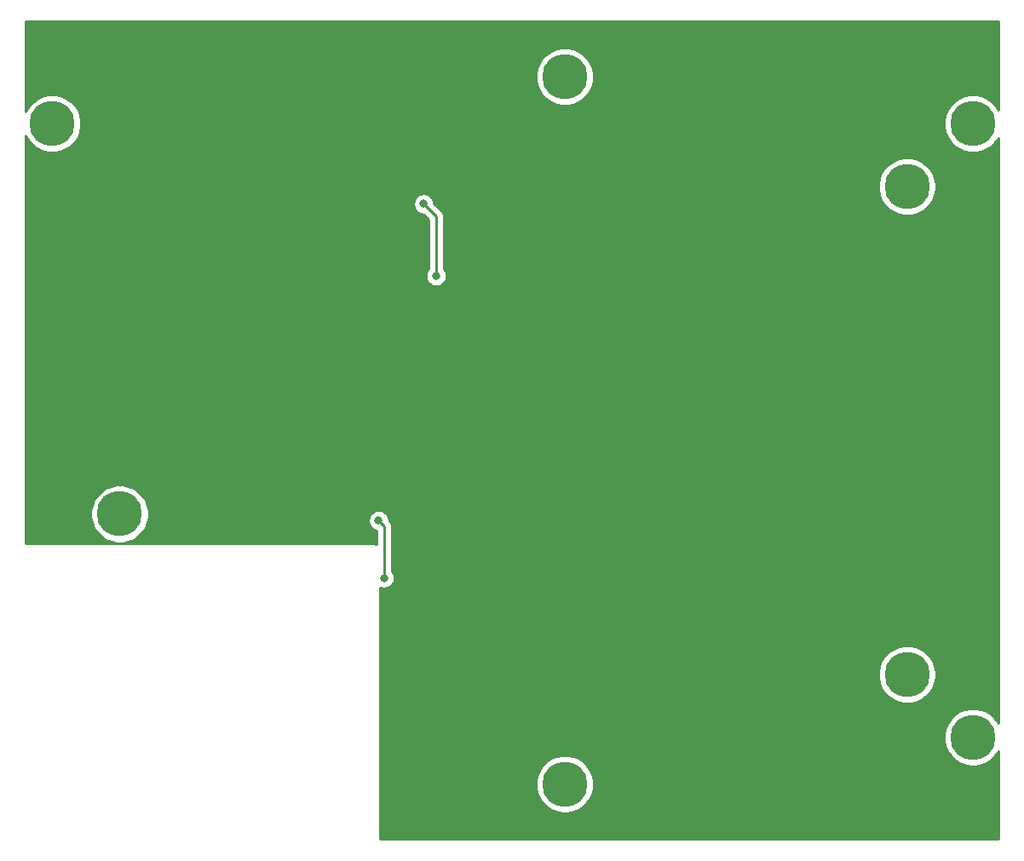
<source format=gbr>
G04 #@! TF.GenerationSoftware,KiCad,Pcbnew,(5.1.2)-2*
G04 #@! TF.CreationDate,2021-09-09T10:29:02-03:00*
G04 #@! TF.ProjectId,MAG_Plus,4d41475f-506c-4757-932e-6b696361645f,rev?*
G04 #@! TF.SameCoordinates,Original*
G04 #@! TF.FileFunction,Copper,L2,Bot*
G04 #@! TF.FilePolarity,Positive*
%FSLAX46Y46*%
G04 Gerber Fmt 4.6, Leading zero omitted, Abs format (unit mm)*
G04 Created by KiCad (PCBNEW (5.1.2)-2) date 2021-09-09 10:29:02*
%MOMM*%
%LPD*%
G04 APERTURE LIST*
%ADD10C,4.500000*%
%ADD11C,0.800000*%
%ADD12C,0.250000*%
%ADD13C,0.254000*%
G04 APERTURE END LIST*
D10*
X468490000Y-86270000D03*
X553290000Y-47470000D03*
X461790000Y-47470000D03*
X553290000Y-108470000D03*
X546740000Y-53730000D03*
X546740000Y-102230000D03*
X512730000Y-42800000D03*
X512730000Y-113130000D03*
D11*
X498700000Y-55440000D03*
X499945000Y-62600000D03*
X507350000Y-92220000D03*
X504740000Y-87450000D03*
X499760000Y-88650000D03*
X501840000Y-97150000D03*
X494220000Y-70260000D03*
X489580000Y-68540000D03*
X494230002Y-86930000D03*
X494770000Y-92630000D03*
D12*
X498700000Y-55440000D02*
X499099999Y-55839999D01*
X499099999Y-55839999D02*
X499945000Y-56685000D01*
X499945000Y-56685000D02*
X499945000Y-62600000D01*
X507350000Y-91654315D02*
X507330000Y-91634315D01*
X507350000Y-92220000D02*
X507350000Y-91654315D01*
X507330000Y-91634315D02*
X507330000Y-89080000D01*
X507330000Y-89080000D02*
X506890000Y-88640000D01*
X506890000Y-88640000D02*
X505930000Y-88640000D01*
X505930000Y-88640000D02*
X504740000Y-87450000D01*
X499760000Y-88650000D02*
X502610000Y-88650000D01*
X502610000Y-88650000D02*
X503450000Y-89490000D01*
X503450000Y-89490000D02*
X503450000Y-96120000D01*
X503450000Y-96120000D02*
X502420000Y-97150000D01*
X502420000Y-97150000D02*
X501840000Y-97150000D01*
X493654315Y-70260000D02*
X493634315Y-70280000D01*
X494220000Y-70260000D02*
X493654315Y-70260000D01*
X493634315Y-70280000D02*
X491320000Y-70280000D01*
X491320000Y-70280000D02*
X489580000Y-68540000D01*
X494770000Y-92064315D02*
X494770000Y-92630000D01*
X494770000Y-87469998D02*
X494770000Y-92064315D01*
X494230002Y-86930000D02*
X494770000Y-87469998D01*
D13*
G36*
X555830000Y-46078516D02*
G01*
X555530926Y-45630920D01*
X555129080Y-45229074D01*
X554656560Y-44913346D01*
X554131523Y-44695869D01*
X553574148Y-44585000D01*
X553005852Y-44585000D01*
X552448477Y-44695869D01*
X551923440Y-44913346D01*
X551450920Y-45229074D01*
X551049074Y-45630920D01*
X550733346Y-46103440D01*
X550515869Y-46628477D01*
X550405000Y-47185852D01*
X550405000Y-47754148D01*
X550515869Y-48311523D01*
X550733346Y-48836560D01*
X551049074Y-49309080D01*
X551450920Y-49710926D01*
X551923440Y-50026654D01*
X552448477Y-50244131D01*
X553005852Y-50355000D01*
X553574148Y-50355000D01*
X554131523Y-50244131D01*
X554656560Y-50026654D01*
X555129080Y-49710926D01*
X555530926Y-49309080D01*
X555830000Y-48861484D01*
X555830001Y-107078517D01*
X555530926Y-106630920D01*
X555129080Y-106229074D01*
X554656560Y-105913346D01*
X554131523Y-105695869D01*
X553574148Y-105585000D01*
X553005852Y-105585000D01*
X552448477Y-105695869D01*
X551923440Y-105913346D01*
X551450920Y-106229074D01*
X551049074Y-106630920D01*
X550733346Y-107103440D01*
X550515869Y-107628477D01*
X550405000Y-108185852D01*
X550405000Y-108754148D01*
X550515869Y-109311523D01*
X550733346Y-109836560D01*
X551049074Y-110309080D01*
X551450920Y-110710926D01*
X551923440Y-111026654D01*
X552448477Y-111244131D01*
X553005852Y-111355000D01*
X553574148Y-111355000D01*
X554131523Y-111244131D01*
X554656560Y-111026654D01*
X555129080Y-110710926D01*
X555530926Y-110309080D01*
X555830001Y-109861483D01*
X555830001Y-118610000D01*
X494330448Y-118610000D01*
X494334369Y-112845852D01*
X509845000Y-112845852D01*
X509845000Y-113414148D01*
X509955869Y-113971523D01*
X510173346Y-114496560D01*
X510489074Y-114969080D01*
X510890920Y-115370926D01*
X511363440Y-115686654D01*
X511888477Y-115904131D01*
X512445852Y-116015000D01*
X513014148Y-116015000D01*
X513571523Y-115904131D01*
X514096560Y-115686654D01*
X514569080Y-115370926D01*
X514970926Y-114969080D01*
X515286654Y-114496560D01*
X515504131Y-113971523D01*
X515615000Y-113414148D01*
X515615000Y-112845852D01*
X515504131Y-112288477D01*
X515286654Y-111763440D01*
X514970926Y-111290920D01*
X514569080Y-110889074D01*
X514096560Y-110573346D01*
X513571523Y-110355869D01*
X513014148Y-110245000D01*
X512445852Y-110245000D01*
X511888477Y-110355869D01*
X511363440Y-110573346D01*
X510890920Y-110889074D01*
X510489074Y-111290920D01*
X510173346Y-111763440D01*
X509955869Y-112288477D01*
X509845000Y-112845852D01*
X494334369Y-112845852D01*
X494341784Y-101945852D01*
X543855000Y-101945852D01*
X543855000Y-102514148D01*
X543965869Y-103071523D01*
X544183346Y-103596560D01*
X544499074Y-104069080D01*
X544900920Y-104470926D01*
X545373440Y-104786654D01*
X545898477Y-105004131D01*
X546455852Y-105115000D01*
X547024148Y-105115000D01*
X547581523Y-105004131D01*
X548106560Y-104786654D01*
X548579080Y-104470926D01*
X548980926Y-104069080D01*
X549296654Y-103596560D01*
X549514131Y-103071523D01*
X549625000Y-102514148D01*
X549625000Y-101945852D01*
X549514131Y-101388477D01*
X549296654Y-100863440D01*
X548980926Y-100390920D01*
X548579080Y-99989074D01*
X548106560Y-99673346D01*
X547581523Y-99455869D01*
X547024148Y-99345000D01*
X546455852Y-99345000D01*
X545898477Y-99455869D01*
X545373440Y-99673346D01*
X544900920Y-99989074D01*
X544499074Y-100390920D01*
X544183346Y-100863440D01*
X543965869Y-101388477D01*
X543855000Y-101945852D01*
X494341784Y-101945852D01*
X494347479Y-93575262D01*
X494468102Y-93625226D01*
X494668061Y-93665000D01*
X494871939Y-93665000D01*
X495071898Y-93625226D01*
X495260256Y-93547205D01*
X495429774Y-93433937D01*
X495573937Y-93289774D01*
X495687205Y-93120256D01*
X495765226Y-92931898D01*
X495805000Y-92731939D01*
X495805000Y-92528061D01*
X495765226Y-92328102D01*
X495687205Y-92139744D01*
X495573937Y-91970226D01*
X495530000Y-91926289D01*
X495530000Y-87507320D01*
X495533676Y-87469997D01*
X495530000Y-87432674D01*
X495530000Y-87432665D01*
X495519003Y-87321012D01*
X495475546Y-87177751D01*
X495404974Y-87045722D01*
X495391811Y-87029683D01*
X495333799Y-86958994D01*
X495333795Y-86958990D01*
X495310001Y-86929997D01*
X495281009Y-86906204D01*
X495265002Y-86890197D01*
X495265002Y-86828061D01*
X495225228Y-86628102D01*
X495147207Y-86439744D01*
X495033939Y-86270226D01*
X494889776Y-86126063D01*
X494720258Y-86012795D01*
X494531900Y-85934774D01*
X494331941Y-85895000D01*
X494128063Y-85895000D01*
X493928104Y-85934774D01*
X493739746Y-86012795D01*
X493570228Y-86126063D01*
X493426065Y-86270226D01*
X493312797Y-86439744D01*
X493234776Y-86628102D01*
X493195002Y-86828061D01*
X493195002Y-87031939D01*
X493234776Y-87231898D01*
X493312797Y-87420256D01*
X493426065Y-87589774D01*
X493570228Y-87733937D01*
X493739746Y-87847205D01*
X493928104Y-87925226D01*
X494010000Y-87941516D01*
X494010000Y-89292678D01*
X494000826Y-89287775D01*
X493944209Y-89257463D01*
X493943995Y-89257398D01*
X493943793Y-89257290D01*
X493881532Y-89238403D01*
X493819825Y-89219638D01*
X493819599Y-89219616D01*
X493819383Y-89219550D01*
X493755137Y-89213222D01*
X493690451Y-89206807D01*
X493657804Y-89210000D01*
X459150000Y-89210000D01*
X459150000Y-85985852D01*
X465605000Y-85985852D01*
X465605000Y-86554148D01*
X465715869Y-87111523D01*
X465933346Y-87636560D01*
X466249074Y-88109080D01*
X466650920Y-88510926D01*
X467123440Y-88826654D01*
X467648477Y-89044131D01*
X468205852Y-89155000D01*
X468774148Y-89155000D01*
X469331523Y-89044131D01*
X469856560Y-88826654D01*
X470329080Y-88510926D01*
X470730926Y-88109080D01*
X471046654Y-87636560D01*
X471264131Y-87111523D01*
X471375000Y-86554148D01*
X471375000Y-85985852D01*
X471264131Y-85428477D01*
X471046654Y-84903440D01*
X470730926Y-84430920D01*
X470329080Y-84029074D01*
X469856560Y-83713346D01*
X469331523Y-83495869D01*
X468774148Y-83385000D01*
X468205852Y-83385000D01*
X467648477Y-83495869D01*
X467123440Y-83713346D01*
X466650920Y-84029074D01*
X466249074Y-84430920D01*
X465933346Y-84903440D01*
X465715869Y-85428477D01*
X465605000Y-85985852D01*
X459150000Y-85985852D01*
X459150000Y-55338061D01*
X497665000Y-55338061D01*
X497665000Y-55541939D01*
X497704774Y-55741898D01*
X497782795Y-55930256D01*
X497896063Y-56099774D01*
X498040226Y-56243937D01*
X498209744Y-56357205D01*
X498398102Y-56435226D01*
X498598061Y-56475000D01*
X498660199Y-56475000D01*
X499185000Y-56999802D01*
X499185001Y-61896288D01*
X499141063Y-61940226D01*
X499027795Y-62109744D01*
X498949774Y-62298102D01*
X498910000Y-62498061D01*
X498910000Y-62701939D01*
X498949774Y-62901898D01*
X499027795Y-63090256D01*
X499141063Y-63259774D01*
X499285226Y-63403937D01*
X499454744Y-63517205D01*
X499643102Y-63595226D01*
X499843061Y-63635000D01*
X500046939Y-63635000D01*
X500246898Y-63595226D01*
X500435256Y-63517205D01*
X500604774Y-63403937D01*
X500748937Y-63259774D01*
X500862205Y-63090256D01*
X500940226Y-62901898D01*
X500980000Y-62701939D01*
X500980000Y-62498061D01*
X500940226Y-62298102D01*
X500862205Y-62109744D01*
X500748937Y-61940226D01*
X500705000Y-61896289D01*
X500705000Y-56722323D01*
X500708676Y-56685000D01*
X500705000Y-56647677D01*
X500705000Y-56647667D01*
X500694003Y-56536014D01*
X500650546Y-56392753D01*
X500628229Y-56351001D01*
X500579974Y-56260723D01*
X500508799Y-56173997D01*
X500485001Y-56144999D01*
X500456004Y-56121202D01*
X499735000Y-55400199D01*
X499735000Y-55338061D01*
X499695226Y-55138102D01*
X499617205Y-54949744D01*
X499503937Y-54780226D01*
X499359774Y-54636063D01*
X499190256Y-54522795D01*
X499001898Y-54444774D01*
X498801939Y-54405000D01*
X498598061Y-54405000D01*
X498398102Y-54444774D01*
X498209744Y-54522795D01*
X498040226Y-54636063D01*
X497896063Y-54780226D01*
X497782795Y-54949744D01*
X497704774Y-55138102D01*
X497665000Y-55338061D01*
X459150000Y-55338061D01*
X459150000Y-53445852D01*
X543855000Y-53445852D01*
X543855000Y-54014148D01*
X543965869Y-54571523D01*
X544183346Y-55096560D01*
X544499074Y-55569080D01*
X544900920Y-55970926D01*
X545373440Y-56286654D01*
X545898477Y-56504131D01*
X546455852Y-56615000D01*
X547024148Y-56615000D01*
X547581523Y-56504131D01*
X548106560Y-56286654D01*
X548579080Y-55970926D01*
X548980926Y-55569080D01*
X549296654Y-55096560D01*
X549514131Y-54571523D01*
X549625000Y-54014148D01*
X549625000Y-53445852D01*
X549514131Y-52888477D01*
X549296654Y-52363440D01*
X548980926Y-51890920D01*
X548579080Y-51489074D01*
X548106560Y-51173346D01*
X547581523Y-50955869D01*
X547024148Y-50845000D01*
X546455852Y-50845000D01*
X545898477Y-50955869D01*
X545373440Y-51173346D01*
X544900920Y-51489074D01*
X544499074Y-51890920D01*
X544183346Y-52363440D01*
X543965869Y-52888477D01*
X543855000Y-53445852D01*
X459150000Y-53445852D01*
X459150000Y-48635345D01*
X459233346Y-48836560D01*
X459549074Y-49309080D01*
X459950920Y-49710926D01*
X460423440Y-50026654D01*
X460948477Y-50244131D01*
X461505852Y-50355000D01*
X462074148Y-50355000D01*
X462631523Y-50244131D01*
X463156560Y-50026654D01*
X463629080Y-49710926D01*
X464030926Y-49309080D01*
X464346654Y-48836560D01*
X464564131Y-48311523D01*
X464675000Y-47754148D01*
X464675000Y-47185852D01*
X464564131Y-46628477D01*
X464346654Y-46103440D01*
X464030926Y-45630920D01*
X463629080Y-45229074D01*
X463156560Y-44913346D01*
X462631523Y-44695869D01*
X462074148Y-44585000D01*
X461505852Y-44585000D01*
X460948477Y-44695869D01*
X460423440Y-44913346D01*
X459950920Y-45229074D01*
X459549074Y-45630920D01*
X459233346Y-46103440D01*
X459150000Y-46304655D01*
X459150000Y-42515852D01*
X509845000Y-42515852D01*
X509845000Y-43084148D01*
X509955869Y-43641523D01*
X510173346Y-44166560D01*
X510489074Y-44639080D01*
X510890920Y-45040926D01*
X511363440Y-45356654D01*
X511888477Y-45574131D01*
X512445852Y-45685000D01*
X513014148Y-45685000D01*
X513571523Y-45574131D01*
X514096560Y-45356654D01*
X514569080Y-45040926D01*
X514970926Y-44639080D01*
X515286654Y-44166560D01*
X515504131Y-43641523D01*
X515615000Y-43084148D01*
X515615000Y-42515852D01*
X515504131Y-41958477D01*
X515286654Y-41433440D01*
X514970926Y-40960920D01*
X514569080Y-40559074D01*
X514096560Y-40243346D01*
X513571523Y-40025869D01*
X513014148Y-39915000D01*
X512445852Y-39915000D01*
X511888477Y-40025869D01*
X511363440Y-40243346D01*
X510890920Y-40559074D01*
X510489074Y-40960920D01*
X510173346Y-41433440D01*
X509955869Y-41958477D01*
X509845000Y-42515852D01*
X459150000Y-42515852D01*
X459150000Y-37330000D01*
X555830000Y-37330000D01*
X555830000Y-46078516D01*
X555830000Y-46078516D01*
G37*
X555830000Y-46078516D02*
X555530926Y-45630920D01*
X555129080Y-45229074D01*
X554656560Y-44913346D01*
X554131523Y-44695869D01*
X553574148Y-44585000D01*
X553005852Y-44585000D01*
X552448477Y-44695869D01*
X551923440Y-44913346D01*
X551450920Y-45229074D01*
X551049074Y-45630920D01*
X550733346Y-46103440D01*
X550515869Y-46628477D01*
X550405000Y-47185852D01*
X550405000Y-47754148D01*
X550515869Y-48311523D01*
X550733346Y-48836560D01*
X551049074Y-49309080D01*
X551450920Y-49710926D01*
X551923440Y-50026654D01*
X552448477Y-50244131D01*
X553005852Y-50355000D01*
X553574148Y-50355000D01*
X554131523Y-50244131D01*
X554656560Y-50026654D01*
X555129080Y-49710926D01*
X555530926Y-49309080D01*
X555830000Y-48861484D01*
X555830001Y-107078517D01*
X555530926Y-106630920D01*
X555129080Y-106229074D01*
X554656560Y-105913346D01*
X554131523Y-105695869D01*
X553574148Y-105585000D01*
X553005852Y-105585000D01*
X552448477Y-105695869D01*
X551923440Y-105913346D01*
X551450920Y-106229074D01*
X551049074Y-106630920D01*
X550733346Y-107103440D01*
X550515869Y-107628477D01*
X550405000Y-108185852D01*
X550405000Y-108754148D01*
X550515869Y-109311523D01*
X550733346Y-109836560D01*
X551049074Y-110309080D01*
X551450920Y-110710926D01*
X551923440Y-111026654D01*
X552448477Y-111244131D01*
X553005852Y-111355000D01*
X553574148Y-111355000D01*
X554131523Y-111244131D01*
X554656560Y-111026654D01*
X555129080Y-110710926D01*
X555530926Y-110309080D01*
X555830001Y-109861483D01*
X555830001Y-118610000D01*
X494330448Y-118610000D01*
X494334369Y-112845852D01*
X509845000Y-112845852D01*
X509845000Y-113414148D01*
X509955869Y-113971523D01*
X510173346Y-114496560D01*
X510489074Y-114969080D01*
X510890920Y-115370926D01*
X511363440Y-115686654D01*
X511888477Y-115904131D01*
X512445852Y-116015000D01*
X513014148Y-116015000D01*
X513571523Y-115904131D01*
X514096560Y-115686654D01*
X514569080Y-115370926D01*
X514970926Y-114969080D01*
X515286654Y-114496560D01*
X515504131Y-113971523D01*
X515615000Y-113414148D01*
X515615000Y-112845852D01*
X515504131Y-112288477D01*
X515286654Y-111763440D01*
X514970926Y-111290920D01*
X514569080Y-110889074D01*
X514096560Y-110573346D01*
X513571523Y-110355869D01*
X513014148Y-110245000D01*
X512445852Y-110245000D01*
X511888477Y-110355869D01*
X511363440Y-110573346D01*
X510890920Y-110889074D01*
X510489074Y-111290920D01*
X510173346Y-111763440D01*
X509955869Y-112288477D01*
X509845000Y-112845852D01*
X494334369Y-112845852D01*
X494341784Y-101945852D01*
X543855000Y-101945852D01*
X543855000Y-102514148D01*
X543965869Y-103071523D01*
X544183346Y-103596560D01*
X544499074Y-104069080D01*
X544900920Y-104470926D01*
X545373440Y-104786654D01*
X545898477Y-105004131D01*
X546455852Y-105115000D01*
X547024148Y-105115000D01*
X547581523Y-105004131D01*
X548106560Y-104786654D01*
X548579080Y-104470926D01*
X548980926Y-104069080D01*
X549296654Y-103596560D01*
X549514131Y-103071523D01*
X549625000Y-102514148D01*
X549625000Y-101945852D01*
X549514131Y-101388477D01*
X549296654Y-100863440D01*
X548980926Y-100390920D01*
X548579080Y-99989074D01*
X548106560Y-99673346D01*
X547581523Y-99455869D01*
X547024148Y-99345000D01*
X546455852Y-99345000D01*
X545898477Y-99455869D01*
X545373440Y-99673346D01*
X544900920Y-99989074D01*
X544499074Y-100390920D01*
X544183346Y-100863440D01*
X543965869Y-101388477D01*
X543855000Y-101945852D01*
X494341784Y-101945852D01*
X494347479Y-93575262D01*
X494468102Y-93625226D01*
X494668061Y-93665000D01*
X494871939Y-93665000D01*
X495071898Y-93625226D01*
X495260256Y-93547205D01*
X495429774Y-93433937D01*
X495573937Y-93289774D01*
X495687205Y-93120256D01*
X495765226Y-92931898D01*
X495805000Y-92731939D01*
X495805000Y-92528061D01*
X495765226Y-92328102D01*
X495687205Y-92139744D01*
X495573937Y-91970226D01*
X495530000Y-91926289D01*
X495530000Y-87507320D01*
X495533676Y-87469997D01*
X495530000Y-87432674D01*
X495530000Y-87432665D01*
X495519003Y-87321012D01*
X495475546Y-87177751D01*
X495404974Y-87045722D01*
X495391811Y-87029683D01*
X495333799Y-86958994D01*
X495333795Y-86958990D01*
X495310001Y-86929997D01*
X495281009Y-86906204D01*
X495265002Y-86890197D01*
X495265002Y-86828061D01*
X495225228Y-86628102D01*
X495147207Y-86439744D01*
X495033939Y-86270226D01*
X494889776Y-86126063D01*
X494720258Y-86012795D01*
X494531900Y-85934774D01*
X494331941Y-85895000D01*
X494128063Y-85895000D01*
X493928104Y-85934774D01*
X493739746Y-86012795D01*
X493570228Y-86126063D01*
X493426065Y-86270226D01*
X493312797Y-86439744D01*
X493234776Y-86628102D01*
X493195002Y-86828061D01*
X493195002Y-87031939D01*
X493234776Y-87231898D01*
X493312797Y-87420256D01*
X493426065Y-87589774D01*
X493570228Y-87733937D01*
X493739746Y-87847205D01*
X493928104Y-87925226D01*
X494010000Y-87941516D01*
X494010000Y-89292678D01*
X494000826Y-89287775D01*
X493944209Y-89257463D01*
X493943995Y-89257398D01*
X493943793Y-89257290D01*
X493881532Y-89238403D01*
X493819825Y-89219638D01*
X493819599Y-89219616D01*
X493819383Y-89219550D01*
X493755137Y-89213222D01*
X493690451Y-89206807D01*
X493657804Y-89210000D01*
X459150000Y-89210000D01*
X459150000Y-85985852D01*
X465605000Y-85985852D01*
X465605000Y-86554148D01*
X465715869Y-87111523D01*
X465933346Y-87636560D01*
X466249074Y-88109080D01*
X466650920Y-88510926D01*
X467123440Y-88826654D01*
X467648477Y-89044131D01*
X468205852Y-89155000D01*
X468774148Y-89155000D01*
X469331523Y-89044131D01*
X469856560Y-88826654D01*
X470329080Y-88510926D01*
X470730926Y-88109080D01*
X471046654Y-87636560D01*
X471264131Y-87111523D01*
X471375000Y-86554148D01*
X471375000Y-85985852D01*
X471264131Y-85428477D01*
X471046654Y-84903440D01*
X470730926Y-84430920D01*
X470329080Y-84029074D01*
X469856560Y-83713346D01*
X469331523Y-83495869D01*
X468774148Y-83385000D01*
X468205852Y-83385000D01*
X467648477Y-83495869D01*
X467123440Y-83713346D01*
X466650920Y-84029074D01*
X466249074Y-84430920D01*
X465933346Y-84903440D01*
X465715869Y-85428477D01*
X465605000Y-85985852D01*
X459150000Y-85985852D01*
X459150000Y-55338061D01*
X497665000Y-55338061D01*
X497665000Y-55541939D01*
X497704774Y-55741898D01*
X497782795Y-55930256D01*
X497896063Y-56099774D01*
X498040226Y-56243937D01*
X498209744Y-56357205D01*
X498398102Y-56435226D01*
X498598061Y-56475000D01*
X498660199Y-56475000D01*
X499185000Y-56999802D01*
X499185001Y-61896288D01*
X499141063Y-61940226D01*
X499027795Y-62109744D01*
X498949774Y-62298102D01*
X498910000Y-62498061D01*
X498910000Y-62701939D01*
X498949774Y-62901898D01*
X499027795Y-63090256D01*
X499141063Y-63259774D01*
X499285226Y-63403937D01*
X499454744Y-63517205D01*
X499643102Y-63595226D01*
X499843061Y-63635000D01*
X500046939Y-63635000D01*
X500246898Y-63595226D01*
X500435256Y-63517205D01*
X500604774Y-63403937D01*
X500748937Y-63259774D01*
X500862205Y-63090256D01*
X500940226Y-62901898D01*
X500980000Y-62701939D01*
X500980000Y-62498061D01*
X500940226Y-62298102D01*
X500862205Y-62109744D01*
X500748937Y-61940226D01*
X500705000Y-61896289D01*
X500705000Y-56722323D01*
X500708676Y-56685000D01*
X500705000Y-56647677D01*
X500705000Y-56647667D01*
X500694003Y-56536014D01*
X500650546Y-56392753D01*
X500628229Y-56351001D01*
X500579974Y-56260723D01*
X500508799Y-56173997D01*
X500485001Y-56144999D01*
X500456004Y-56121202D01*
X499735000Y-55400199D01*
X499735000Y-55338061D01*
X499695226Y-55138102D01*
X499617205Y-54949744D01*
X499503937Y-54780226D01*
X499359774Y-54636063D01*
X499190256Y-54522795D01*
X499001898Y-54444774D01*
X498801939Y-54405000D01*
X498598061Y-54405000D01*
X498398102Y-54444774D01*
X498209744Y-54522795D01*
X498040226Y-54636063D01*
X497896063Y-54780226D01*
X497782795Y-54949744D01*
X497704774Y-55138102D01*
X497665000Y-55338061D01*
X459150000Y-55338061D01*
X459150000Y-53445852D01*
X543855000Y-53445852D01*
X543855000Y-54014148D01*
X543965869Y-54571523D01*
X544183346Y-55096560D01*
X544499074Y-55569080D01*
X544900920Y-55970926D01*
X545373440Y-56286654D01*
X545898477Y-56504131D01*
X546455852Y-56615000D01*
X547024148Y-56615000D01*
X547581523Y-56504131D01*
X548106560Y-56286654D01*
X548579080Y-55970926D01*
X548980926Y-55569080D01*
X549296654Y-55096560D01*
X549514131Y-54571523D01*
X549625000Y-54014148D01*
X549625000Y-53445852D01*
X549514131Y-52888477D01*
X549296654Y-52363440D01*
X548980926Y-51890920D01*
X548579080Y-51489074D01*
X548106560Y-51173346D01*
X547581523Y-50955869D01*
X547024148Y-50845000D01*
X546455852Y-50845000D01*
X545898477Y-50955869D01*
X545373440Y-51173346D01*
X544900920Y-51489074D01*
X544499074Y-51890920D01*
X544183346Y-52363440D01*
X543965869Y-52888477D01*
X543855000Y-53445852D01*
X459150000Y-53445852D01*
X459150000Y-48635345D01*
X459233346Y-48836560D01*
X459549074Y-49309080D01*
X459950920Y-49710926D01*
X460423440Y-50026654D01*
X460948477Y-50244131D01*
X461505852Y-50355000D01*
X462074148Y-50355000D01*
X462631523Y-50244131D01*
X463156560Y-50026654D01*
X463629080Y-49710926D01*
X464030926Y-49309080D01*
X464346654Y-48836560D01*
X464564131Y-48311523D01*
X464675000Y-47754148D01*
X464675000Y-47185852D01*
X464564131Y-46628477D01*
X464346654Y-46103440D01*
X464030926Y-45630920D01*
X463629080Y-45229074D01*
X463156560Y-44913346D01*
X462631523Y-44695869D01*
X462074148Y-44585000D01*
X461505852Y-44585000D01*
X460948477Y-44695869D01*
X460423440Y-44913346D01*
X459950920Y-45229074D01*
X459549074Y-45630920D01*
X459233346Y-46103440D01*
X459150000Y-46304655D01*
X459150000Y-42515852D01*
X509845000Y-42515852D01*
X509845000Y-43084148D01*
X509955869Y-43641523D01*
X510173346Y-44166560D01*
X510489074Y-44639080D01*
X510890920Y-45040926D01*
X511363440Y-45356654D01*
X511888477Y-45574131D01*
X512445852Y-45685000D01*
X513014148Y-45685000D01*
X513571523Y-45574131D01*
X514096560Y-45356654D01*
X514569080Y-45040926D01*
X514970926Y-44639080D01*
X515286654Y-44166560D01*
X515504131Y-43641523D01*
X515615000Y-43084148D01*
X515615000Y-42515852D01*
X515504131Y-41958477D01*
X515286654Y-41433440D01*
X514970926Y-40960920D01*
X514569080Y-40559074D01*
X514096560Y-40243346D01*
X513571523Y-40025869D01*
X513014148Y-39915000D01*
X512445852Y-39915000D01*
X511888477Y-40025869D01*
X511363440Y-40243346D01*
X510890920Y-40559074D01*
X510489074Y-40960920D01*
X510173346Y-41433440D01*
X509955869Y-41958477D01*
X509845000Y-42515852D01*
X459150000Y-42515852D01*
X459150000Y-37330000D01*
X555830000Y-37330000D01*
X555830000Y-46078516D01*
M02*

</source>
